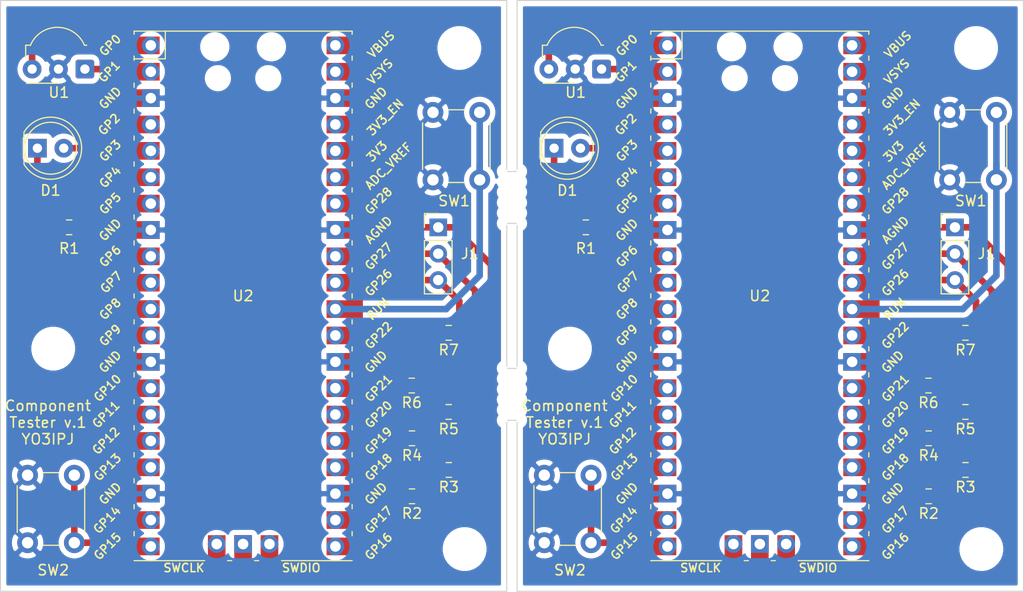
<source format=kicad_pcb>
(kicad_pcb (version 20171130) (host pcbnew 5.1.5+dfsg1-2build2)
  (layers (0 F.Cu signal) (31 B.Cu signal) (34 B.Paste user) (35 F.Paste user) (36 B.SilkS user) (37 F.SilkS user) (38 B.Mask user) (39 F.Mask user) (44 Edge.Cuts user))
  (net 0 "")
  (net 1 Board_0-+3V3)
  (net 2 Board_0-/ADC0)
  (net 3 Board_0-/ADC1)
  (net 4 Board_0-/ADC2)
  (net 5 Board_0-/GP1)
  (net 6 Board_0-/GP15)
  (net 7 Board_0-/GP17)
  (net 8 Board_0-/GP18)
  (net 9 Board_0-/GP19)
  (net 10 Board_0-/GP20)
  (net 11 Board_0-/GP21)
  (net 12 Board_0-/GP22)
  (net 13 Board_0-/GP3)
  (net 14 Board_0-GND)
  (net 15 "Board_0-Net-(D1-Pad1)")
  (net 16 "Board_0-Net-(SW1-Pad2)")
  (net 17 "Board_0-Net-(U2-Pad1)")
  (net 18 "Board_0-Net-(U2-Pad10)")
  (net 19 "Board_0-Net-(U2-Pad11)")
  (net 20 "Board_0-Net-(U2-Pad12)")
  (net 21 "Board_0-Net-(U2-Pad14)")
  (net 22 "Board_0-Net-(U2-Pad15)")
  (net 23 "Board_0-Net-(U2-Pad16)")
  (net 24 "Board_0-Net-(U2-Pad17)")
  (net 25 "Board_0-Net-(U2-Pad19)")
  (net 26 "Board_0-Net-(U2-Pad21)")
  (net 27 "Board_0-Net-(U2-Pad35)")
  (net 28 "Board_0-Net-(U2-Pad37)")
  (net 29 "Board_0-Net-(U2-Pad39)")
  (net 30 "Board_0-Net-(U2-Pad4)")
  (net 31 "Board_0-Net-(U2-Pad40)")
  (net 32 "Board_0-Net-(U2-Pad41)")
  (net 33 "Board_0-Net-(U2-Pad42)")
  (net 34 "Board_0-Net-(U2-Pad43)")
  (net 35 "Board_0-Net-(U2-Pad6)")
  (net 36 "Board_0-Net-(U2-Pad7)")
  (net 37 "Board_0-Net-(U2-Pad9)")
  (net 38 Board_1-+3V3)
  (net 39 Board_1-/ADC0)
  (net 40 Board_1-/ADC1)
  (net 41 Board_1-/ADC2)
  (net 42 Board_1-/GP1)
  (net 43 Board_1-/GP15)
  (net 44 Board_1-/GP17)
  (net 45 Board_1-/GP18)
  (net 46 Board_1-/GP19)
  (net 47 Board_1-/GP20)
  (net 48 Board_1-/GP21)
  (net 49 Board_1-/GP22)
  (net 50 Board_1-/GP3)
  (net 51 Board_1-GND)
  (net 52 "Board_1-Net-(D1-Pad1)")
  (net 53 "Board_1-Net-(SW1-Pad2)")
  (net 54 "Board_1-Net-(U2-Pad1)")
  (net 55 "Board_1-Net-(U2-Pad10)")
  (net 56 "Board_1-Net-(U2-Pad11)")
  (net 57 "Board_1-Net-(U2-Pad12)")
  (net 58 "Board_1-Net-(U2-Pad14)")
  (net 59 "Board_1-Net-(U2-Pad15)")
  (net 60 "Board_1-Net-(U2-Pad16)")
  (net 61 "Board_1-Net-(U2-Pad17)")
  (net 62 "Board_1-Net-(U2-Pad19)")
  (net 63 "Board_1-Net-(U2-Pad21)")
  (net 64 "Board_1-Net-(U2-Pad35)")
  (net 65 "Board_1-Net-(U2-Pad37)")
  (net 66 "Board_1-Net-(U2-Pad39)")
  (net 67 "Board_1-Net-(U2-Pad4)")
  (net 68 "Board_1-Net-(U2-Pad40)")
  (net 69 "Board_1-Net-(U2-Pad41)")
  (net 70 "Board_1-Net-(U2-Pad42)")
  (net 71 "Board_1-Net-(U2-Pad43)")
  (net 72 "Board_1-Net-(U2-Pad6)")
  (net 73 "Board_1-Net-(U2-Pad7)")
  (net 74 "Board_1-Net-(U2-Pad9)")
  (module NPTH (layer F.Cu) (at 64.96 50.433333)
    (fp_text reference REF** hide)
    (fp_text value NPTH hide)
    (pad "" np_thru_hole circle (at 0 0) (size 0.5 0.5) (drill 0.5) (layers *.Cu *.Mask))
  )
  (module NPTH (layer F.Cu) (at 64.96 51.433333)
    (fp_text reference REF** hide)
    (fp_text value NPTH hide)
    (pad "" np_thru_hole circle (at 0 0) (size 0.5 0.5) (drill 0.5) (layers *.Cu *.Mask))
  )
  (module NPTH (layer F.Cu) (at 64.96 52.433333)
    (fp_text reference REF** hide)
    (fp_text value NPTH hide)
    (pad "" np_thru_hole circle (at 0 0) (size 0.5 0.5) (drill 0.5) (layers *.Cu *.Mask))
  )
  (module NPTH (layer F.Cu) (at 64.96 53.433333)
    (fp_text reference REF** hide)
    (fp_text value NPTH hide)
    (pad "" np_thru_hole circle (at 0 0) (size 0.5 0.5) (drill 0.5) (layers *.Cu *.Mask))
  )
  (module NPTH (layer F.Cu) (at 64.96 54.433333)
    (fp_text reference REF** hide)
    (fp_text value NPTH hide)
    (pad "" np_thru_hole circle (at 0 0) (size 0.5 0.5) (drill 0.5) (layers *.Cu *.Mask))
  )
  (module NPTH (layer F.Cu) (at 64.96 55.433333)
    (fp_text reference REF** hide)
    (fp_text value NPTH hide)
    (pad "" np_thru_hole circle (at 0 0) (size 0.5 0.5) (drill 0.5) (layers *.Cu *.Mask))
  )
  (module NPTH (layer F.Cu) (at 64.96 31.466666)
    (fp_text reference REF** hide)
    (fp_text value NPTH hide)
    (pad "" np_thru_hole circle (at 0 0) (size 0.5 0.5) (drill 0.5) (layers *.Cu *.Mask))
  )
  (module NPTH (layer F.Cu) (at 64.96 32.466666)
    (fp_text reference REF** hide)
    (fp_text value NPTH hide)
    (pad "" np_thru_hole circle (at 0 0) (size 0.5 0.5) (drill 0.5) (layers *.Cu *.Mask))
  )
  (module NPTH (layer F.Cu) (at 64.96 33.466666)
    (fp_text reference REF** hide)
    (fp_text value NPTH hide)
    (pad "" np_thru_hole circle (at 0 0) (size 0.5 0.5) (drill 0.5) (layers *.Cu *.Mask))
  )
  (module NPTH (layer F.Cu) (at 64.96 34.466666)
    (fp_text reference REF** hide)
    (fp_text value NPTH hide)
    (pad "" np_thru_hole circle (at 0 0) (size 0.5 0.5) (drill 0.5) (layers *.Cu *.Mask))
  )
  (module NPTH (layer F.Cu) (at 64.96 35.466666)
    (fp_text reference REF** hide)
    (fp_text value NPTH hide)
    (pad "" np_thru_hole circle (at 0 0) (size 0.5 0.5) (drill 0.5) (layers *.Cu *.Mask))
  )
  (module NPTH (layer F.Cu) (at 64.96 36.466666)
    (fp_text reference REF** hide)
    (fp_text value NPTH hide)
    (pad "" np_thru_hole circle (at 0 0) (size 0.5 0.5) (drill 0.5) (layers *.Cu *.Mask))
  )
  (module NPTH (layer F.Cu) (at 63.56 55.433333)
    (fp_text reference REF** hide)
    (fp_text value NPTH hide)
    (pad "" np_thru_hole circle (at 0 0) (size 0.5 0.5) (drill 0.5) (layers *.Cu *.Mask))
  )
  (module NPTH (layer F.Cu) (at 63.56 54.433333)
    (fp_text reference REF** hide)
    (fp_text value NPTH hide)
    (pad "" np_thru_hole circle (at 0 0) (size 0.5 0.5) (drill 0.5) (layers *.Cu *.Mask))
  )
  (module NPTH (layer F.Cu) (at 63.56 53.433333)
    (fp_text reference REF** hide)
    (fp_text value NPTH hide)
    (pad "" np_thru_hole circle (at 0 0) (size 0.5 0.5) (drill 0.5) (layers *.Cu *.Mask))
  )
  (module NPTH (layer F.Cu) (at 63.56 52.433333)
    (fp_text reference REF** hide)
    (fp_text value NPTH hide)
    (pad "" np_thru_hole circle (at 0 0) (size 0.5 0.5) (drill 0.5) (layers *.Cu *.Mask))
  )
  (module NPTH (layer F.Cu) (at 63.56 51.433333)
    (fp_text reference REF** hide)
    (fp_text value NPTH hide)
    (pad "" np_thru_hole circle (at 0 0) (size 0.5 0.5) (drill 0.5) (layers *.Cu *.Mask))
  )
  (module NPTH (layer F.Cu) (at 63.56 50.433333)
    (fp_text reference REF** hide)
    (fp_text value NPTH hide)
    (pad "" np_thru_hole circle (at 0 0) (size 0.5 0.5) (drill 0.5) (layers *.Cu *.Mask))
  )
  (module NPTH (layer F.Cu) (at 63.56 36.466666)
    (fp_text reference REF** hide)
    (fp_text value NPTH hide)
    (pad "" np_thru_hole circle (at 0 0) (size 0.5 0.5) (drill 0.5) (layers *.Cu *.Mask))
  )
  (module NPTH (layer F.Cu) (at 63.56 35.466666)
    (fp_text reference REF** hide)
    (fp_text value NPTH hide)
    (pad "" np_thru_hole circle (at 0 0) (size 0.5 0.5) (drill 0.5) (layers *.Cu *.Mask))
  )
  (module NPTH (layer F.Cu) (at 63.56 34.466666)
    (fp_text reference REF** hide)
    (fp_text value NPTH hide)
    (pad "" np_thru_hole circle (at 0 0) (size 0.5 0.5) (drill 0.5) (layers *.Cu *.Mask))
  )
  (module NPTH (layer F.Cu) (at 63.56 33.466666)
    (fp_text reference REF** hide)
    (fp_text value NPTH hide)
    (pad "" np_thru_hole circle (at 0 0) (size 0.5 0.5) (drill 0.5) (layers *.Cu *.Mask))
  )
  (module NPTH (layer F.Cu) (at 63.56 32.466666)
    (fp_text reference REF** hide)
    (fp_text value NPTH hide)
    (pad "" np_thru_hole circle (at 0 0) (size 0.5 0.5) (drill 0.5) (layers *.Cu *.Mask))
  )
  (module NPTH (layer F.Cu) (at 63.56 31.466666)
    (fp_text reference REF** hide)
    (fp_text value NPTH hide)
    (pad "" np_thru_hole circle (at 0 0) (size 0.5 0.5) (drill 0.5) (layers *.Cu *.Mask))
  )
  (module Connector_PinHeader_2.54mm:PinHeader_1x03_P2.54mm_Vertical (layer F.Cu) (at 106.928002 36.846)
    (fp_text reference J1 (at 3.048 2.54 unlocked) (layer F.SilkS))
    (fp_text value Conn_01x03)
    (pad 1 thru_hole rect (at 0 0) (size 1.7 1.7) (drill 1) (layers *.Cu *.Mask) (net 41 Board_1-/ADC2))
    (pad 2 thru_hole oval (at 0 2.54) (size 1.7 1.7) (drill 1) (layers *.Cu *.Mask) (net 40 Board_1-/ADC1))
    (pad 3 thru_hole oval (at 0 5.08) (size 1.7 1.7) (drill 1) (layers *.Cu *.Mask) (net 39 Board_1-/ADC0))
  )
  (module Resistor_SMD:R_0805_2012Metric_Pad1.15x1.40mm_HandSolder (layer F.Cu) (at 71.377002 36.846)
    (fp_text reference R1 (at 0 2.032 unlocked) (layer F.SilkS))
    (fp_text value 100)
    (pad 1 smd roundrect (at -1.025 0) (size 1.15 1.4) (layers F.Cu F.Paste F.Mask) (roundrect_rratio 0.217391) (net 52 "Board_1-Net-(D1-Pad1)"))
    (pad 2 smd roundrect (at 1.025 0) (size 1.15 1.4) (layers F.Cu F.Paste F.Mask) (roundrect_rratio 0.217391) (net 51 Board_1-GND))
  )
  (module Resistor_SMD:R_0805_2012Metric_Pad1.15x1.40mm_HandSolder (layer F.Cu) (at 104.397002 62.754 180)
    (fp_text reference R2 (at 0 -1.65 unlocked) (layer F.SilkS))
    (fp_text value 680)
    (pad 1 smd roundrect (at -1.025 0 180) (size 1.15 1.4) (layers F.Cu F.Paste F.Mask) (roundrect_rratio 0.217391) (net 41 Board_1-/ADC2))
    (pad 2 smd roundrect (at 1.025 0 180) (size 1.15 1.4) (layers F.Cu F.Paste F.Mask) (roundrect_rratio 0.217391) (net 44 Board_1-/GP17))
  )
  (module Resistor_SMD:R_0805_2012Metric_Pad1.15x1.40mm_HandSolder (layer F.Cu) (at 107.944002 60.214 180)
    (fp_text reference R3 (at 0 -1.65 unlocked) (layer F.SilkS))
    (fp_text value 470k)
    (pad 1 smd roundrect (at -1.025 0 180) (size 1.15 1.4) (layers F.Cu F.Paste F.Mask) (roundrect_rratio 0.217391) (net 41 Board_1-/ADC2))
    (pad 2 smd roundrect (at 1.025 0 180) (size 1.15 1.4) (layers F.Cu F.Paste F.Mask) (roundrect_rratio 0.217391) (net 45 Board_1-/GP18))
  )
  (module Resistor_SMD:R_0805_2012Metric_Pad1.15x1.40mm_HandSolder (layer F.Cu) (at 104.397002 57.166 180)
    (fp_text reference R4 (at 0 -1.65 unlocked) (layer F.SilkS))
    (fp_text value 680)
    (pad 1 smd roundrect (at -1.025 0 180) (size 1.15 1.4) (layers F.Cu F.Paste F.Mask) (roundrect_rratio 0.217391) (net 40 Board_1-/ADC1))
    (pad 2 smd roundrect (at 1.025 0 180) (size 1.15 1.4) (layers F.Cu F.Paste F.Mask) (roundrect_rratio 0.217391) (net 46 Board_1-/GP19))
  )
  (module Resistor_SMD:R_0805_2012Metric_Pad1.15x1.40mm_HandSolder (layer F.Cu) (at 107.935002 54.626 180)
    (fp_text reference R5 (at 0 -1.65 unlocked) (layer F.SilkS))
    (fp_text value 470k)
    (pad 1 smd roundrect (at -1.025 0 180) (size 1.15 1.4) (layers F.Cu F.Paste F.Mask) (roundrect_rratio 0.217391) (net 40 Board_1-/ADC1))
    (pad 2 smd roundrect (at 1.025 0 180) (size 1.15 1.4) (layers F.Cu F.Paste F.Mask) (roundrect_rratio 0.217391) (net 47 Board_1-/GP20))
  )
  (module Resistor_SMD:R_0805_2012Metric_Pad1.15x1.40mm_HandSolder (layer F.Cu) (at 104.379002 52.086 180)
    (fp_text reference R6 (at 0 -1.65 unlocked) (layer F.SilkS))
    (fp_text value 680)
    (pad 1 smd roundrect (at -1.025 0 180) (size 1.15 1.4) (layers F.Cu F.Paste F.Mask) (roundrect_rratio 0.217391) (net 39 Board_1-/ADC0))
    (pad 2 smd roundrect (at 1.025 0 180) (size 1.15 1.4) (layers F.Cu F.Paste F.Mask) (roundrect_rratio 0.217391) (net 48 Board_1-/GP21))
  )
  (module Resistor_SMD:R_0805_2012Metric_Pad1.15x1.40mm_HandSolder (layer F.Cu) (at 107.935002 47.006 180)
    (fp_text reference R7 (at 0 -1.65 unlocked) (layer F.SilkS))
    (fp_text value 470k)
    (pad 1 smd roundrect (at -1.025 0 180) (size 1.15 1.4) (layers F.Cu F.Paste F.Mask) (roundrect_rratio 0.217391) (net 39 Board_1-/ADC0))
    (pad 2 smd roundrect (at 1.025 0 180) (size 1.15 1.4) (layers F.Cu F.Paste F.Mask) (roundrect_rratio 0.217391) (net 49 Board_1-/GP22))
  )
  (module Button_Switch_THT:SW_PUSH_6mm (layer F.Cu) (at 106.420002 32.274 90)
    (fp_text reference SW1 (at -2.032 2.032 unlocked) (layer F.SilkS))
    (fp_text value SW_DIP_x01)
    (pad 2 thru_hole circle (at 0 4.5 180) (size 2 2) (drill 1.1) (layers *.Cu *.Mask) (net 53 "Board_1-Net-(SW1-Pad2)"))
    (pad 1 thru_hole circle (at 0 0 180) (size 2 2) (drill 1.1) (layers *.Cu *.Mask) (net 51 Board_1-GND))
    (pad 2 thru_hole circle (at 6.5 4.5 180) (size 2 2) (drill 1.1) (layers *.Cu *.Mask) (net 53 "Board_1-Net-(SW1-Pad2)"))
    (pad 1 thru_hole circle (at 6.5 0 180) (size 2 2) (drill 1.1) (layers *.Cu *.Mask) (net 51 Board_1-GND))
  )
  (module OptoDevice:Vishay_MOLD-3Pin (layer F.Cu) (at 72.892002 21.606 180)
    (fp_text reference U1 (at 2.5 -2.25 unlocked) (layer F.SilkS))
    (fp_text value TSOP348xx)
    (pad 1 thru_hole roundrect (at 0 0 180) (size 1.8 1.8) (drill 0.9) (layers *.Cu *.Mask) (roundrect_rratio 0.138) (net 42 Board_1-/GP1))
    (pad 2 thru_hole circle (at 2.54 0 180) (size 1.8 1.8) (drill 0.9) (layers *.Cu *.Mask) (net 51 Board_1-GND))
    (pad 3 thru_hole circle (at 5.08 0 180) (size 1.8 1.8) (drill 0.9) (layers *.Cu *.Mask) (net 38 Board_1-+3V3))
  )
  (module MCU_RaspberryPi_and_Boards:RPi_Pico_SMD_TH (layer F.Cu) (at 88.132002 43.45)
    (fp_text reference U2 (at 0 0 unlocked) (layer F.SilkS))
    (fp_text value Pico)
    (fp_text user GP1 (at -12.9 -21.6 45 unlocked) (layer F.SilkS) (effects (font (size 0.8 0.8))))
    (fp_text user GP2 (at -12.9 -16.51 45 unlocked) (layer F.SilkS) (effects (font (size 0.8 0.8))))
    (fp_text user GP0 (at -12.8 -24.13 45 unlocked) (layer F.SilkS) (effects (font (size 0.8 0.8))))
    (fp_text user GP3 (at -12.8 -13.97 45 unlocked) (layer F.SilkS) (effects (font (size 0.8 0.8))))
    (fp_text user GP4 (at -12.8 -11.43 45 unlocked) (layer F.SilkS) (effects (font (size 0.8 0.8))))
    (fp_text user GP5 (at -12.8 -8.89 45 unlocked) (layer F.SilkS) (effects (font (size 0.8 0.8))))
    (fp_text user GP6 (at -12.8 -3.81 45 unlocked) (layer F.SilkS) (effects (font (size 0.8 0.8))))
    (fp_text user GP7 (at -12.7 -1.3 45 unlocked) (layer F.SilkS) (effects (font (size 0.8 0.8))))
    (fp_text user GP8 (at -12.8 1.27 45 unlocked) (layer F.SilkS) (effects (font (size 0.8 0.8))))
    (fp_text user GP9 (at -12.8 3.81 45 unlocked) (layer F.SilkS) (effects (font (size 0.8 0.8))))
    (fp_text user GP10 (at -13.054 8.89 45 unlocked) (layer F.SilkS) (effects (font (size 0.8 0.8))))
    (fp_text user GP11 (at -13.2 11.43 45 unlocked) (layer F.SilkS) (effects (font (size 0.8 0.8))))
    (fp_text user GP12 (at -13.2 13.97 45 unlocked) (layer F.SilkS) (effects (font (size 0.8 0.8))))
    (fp_text user GP13 (at -13.054 16.51 45 unlocked) (layer F.SilkS) (effects (font (size 0.8 0.8))))
    (fp_text user GP14 (at -13.1 21.59 45 unlocked) (layer F.SilkS) (effects (font (size 0.8 0.8))))
    (fp_text user GP15 (at -13.054 24.13 45 unlocked) (layer F.SilkS) (effects (font (size 0.8 0.8))))
    (fp_text user GP16 (at 13.054 24.13 45 unlocked) (layer F.SilkS) (effects (font (size 0.8 0.8))))
    (fp_text user GP17 (at 13.054 21.59 45 unlocked) (layer F.SilkS) (effects (font (size 0.8 0.8))))
    (fp_text user GP18 (at 13.054 16.51 45 unlocked) (layer F.SilkS) (effects (font (size 0.8 0.8))))
    (fp_text user GP19 (at 13.054 13.97 45 unlocked) (layer F.SilkS) (effects (font (size 0.8 0.8))))
    (fp_text user GP20 (at 13.054 11.43 45 unlocked) (layer F.SilkS) (effects (font (size 0.8 0.8))))
    (fp_text user GP21 (at 13.054 8.9 45 unlocked) (layer F.SilkS) (effects (font (size 0.8 0.8))))
    (fp_text user GP22 (at 13.054 3.81 45 unlocked) (layer F.SilkS) (effects (font (size 0.8 0.8))))
    (fp_text user RUN (at 13 1.27 45 unlocked) (layer F.SilkS) (effects (font (size 0.8 0.8))))
    (fp_text user GP26 (at 13.054 -1.27 45 unlocked) (layer F.SilkS) (effects (font (size 0.8 0.8))))
    (fp_text user GP27 (at 13.054 -3.8 45 unlocked) (layer F.SilkS) (effects (font (size 0.8 0.8))))
    (fp_text user GP28 (at 13.054 -9.144 45 unlocked) (layer F.SilkS) (effects (font (size 0.8 0.8))))
    (fp_text user ADC_VREF (at 14 -12.5 45 unlocked) (layer F.SilkS) (effects (font (size 0.8 0.8))))
    (fp_text user 3V3 (at 12.9 -13.9 45 unlocked) (layer F.SilkS) (effects (font (size 0.8 0.8))))
    (fp_text user 3V3_EN (at 13.7 -17.2 45 unlocked) (layer F.SilkS) (effects (font (size 0.8 0.8))))
    (fp_text user VSYS (at 13.2 -21.59 45 unlocked) (layer F.SilkS) (effects (font (size 0.8 0.8))))
    (fp_text user VBUS (at 13.3 -24.2 45 unlocked) (layer F.SilkS) (effects (font (size 0.8 0.8))))
    (fp_text user GND (at -12.8 -19.05 45 unlocked) (layer F.SilkS) (effects (font (size 0.8 0.8))))
    (fp_text user GND (at -12.8 -6.35 45 unlocked) (layer F.SilkS) (effects (font (size 0.8 0.8))))
    (fp_text user GND (at -12.8 6.35 45 unlocked) (layer F.SilkS) (effects (font (size 0.8 0.8))))
    (fp_text user GND (at -12.8 19.05 45 unlocked) (layer F.SilkS) (effects (font (size 0.8 0.8))))
    (fp_text user GND (at 12.8 19.05 45 unlocked) (layer F.SilkS) (effects (font (size 0.8 0.8))))
    (fp_text user GND (at 12.8 6.35 45 unlocked) (layer F.SilkS) (effects (font (size 0.8 0.8))))
    (fp_text user GND (at 12.8 -19.05 45 unlocked) (layer F.SilkS) (effects (font (size 0.8 0.8))))
    (fp_text user AGND (at 13.054 -6.35 45 unlocked) (layer F.SilkS) (effects (font (size 0.8 0.8))))
    (fp_text user SWCLK (at -5.7 26.2 unlocked) (layer F.SilkS) (effects (font (size 0.8 0.8))))
    (fp_text user SWDIO (at 5.6 26.2 unlocked) (layer F.SilkS) (effects (font (size 0.8 0.8))))
    (pad 1 thru_hole oval (at -8.89 -24.13) (size 1.7 1.7) (drill 1.02) (layers *.Cu *.Mask) (net 54 "Board_1-Net-(U2-Pad1)"))
    (pad 2 thru_hole oval (at -8.89 -21.59) (size 1.7 1.7) (drill 1.02) (layers *.Cu *.Mask) (net 42 Board_1-/GP1))
    (pad 3 thru_hole rect (at -8.89 -19.05) (size 1.7 1.7) (drill 1.02) (layers *.Cu *.Mask) (net 51 Board_1-GND))
    (pad 4 thru_hole oval (at -8.89 -16.51) (size 1.7 1.7) (drill 1.02) (layers *.Cu *.Mask) (net 67 "Board_1-Net-(U2-Pad4)"))
    (pad 5 thru_hole oval (at -8.89 -13.97) (size 1.7 1.7) (drill 1.02) (layers *.Cu *.Mask) (net 50 Board_1-/GP3))
    (pad 6 thru_hole oval (at -8.89 -11.43) (size 1.7 1.7) (drill 1.02) (layers *.Cu *.Mask) (net 72 "Board_1-Net-(U2-Pad6)"))
    (pad 7 thru_hole oval (at -8.89 -8.89) (size 1.7 1.7) (drill 1.02) (layers *.Cu *.Mask) (net 73 "Board_1-Net-(U2-Pad7)"))
    (pad 8 thru_hole rect (at -8.89 -6.35) (size 1.7 1.7) (drill 1.02) (layers *.Cu *.Mask) (net 51 Board_1-GND))
    (pad 9 thru_hole oval (at -8.89 -3.81) (size 1.7 1.7) (drill 1.02) (layers *.Cu *.Mask) (net 74 "Board_1-Net-(U2-Pad9)"))
    (pad 10 thru_hole oval (at -8.89 -1.27) (size 1.7 1.7) (drill 1.02) (layers *.Cu *.Mask) (net 55 "Board_1-Net-(U2-Pad10)"))
    (pad 11 thru_hole oval (at -8.89 1.27) (size 1.7 1.7) (drill 1.02) (layers *.Cu *.Mask) (net 56 "Board_1-Net-(U2-Pad11)"))
    (pad 12 thru_hole oval (at -8.89 3.81) (size 1.7 1.7) (drill 1.02) (layers *.Cu *.Mask) (net 57 "Board_1-Net-(U2-Pad12)"))
    (pad 13 thru_hole rect (at -8.89 6.35) (size 1.7 1.7) (drill 1.02) (layers *.Cu *.Mask) (net 51 Board_1-GND))
    (pad 14 thru_hole oval (at -8.89 8.89) (size 1.7 1.7) (drill 1.02) (layers *.Cu *.Mask) (net 58 "Board_1-Net-(U2-Pad14)"))
    (pad 15 thru_hole oval (at -8.89 11.43) (size 1.7 1.7) (drill 1.02) (layers *.Cu *.Mask) (net 59 "Board_1-Net-(U2-Pad15)"))
    (pad 16 thru_hole oval (at -8.89 13.97) (size 1.7 1.7) (drill 1.02) (layers *.Cu *.Mask) (net 60 "Board_1-Net-(U2-Pad16)"))
    (pad 17 thru_hole oval (at -8.89 16.51) (size 1.7 1.7) (drill 1.02) (layers *.Cu *.Mask) (net 61 "Board_1-Net-(U2-Pad17)"))
    (pad 18 thru_hole rect (at -8.89 19.05) (size 1.7 1.7) (drill 1.02) (layers *.Cu *.Mask) (net 51 Board_1-GND))
    (pad 19 thru_hole oval (at -8.89 21.59) (size 1.7 1.7) (drill 1.02) (layers *.Cu *.Mask) (net 62 "Board_1-Net-(U2-Pad19)"))
    (pad 20 thru_hole oval (at -8.89 24.13) (size 1.7 1.7) (drill 1.02) (layers *.Cu *.Mask) (net 43 Board_1-/GP15))
    (pad 21 thru_hole oval (at 8.89 24.13) (size 1.7 1.7) (drill 1.02) (layers *.Cu *.Mask) (net 63 "Board_1-Net-(U2-Pad21)"))
    (pad 22 thru_hole oval (at 8.89 21.59) (size 1.7 1.7) (drill 1.02) (layers *.Cu *.Mask) (net 44 Board_1-/GP17))
    (pad 23 thru_hole rect (at 8.89 19.05) (size 1.7 1.7) (drill 1.02) (layers *.Cu *.Mask) (net 51 Board_1-GND))
    (pad 24 thru_hole oval (at 8.89 16.51) (size 1.7 1.7) (drill 1.02) (layers *.Cu *.Mask) (net 45 Board_1-/GP18))
    (pad 25 thru_hole oval (at 8.89 13.97) (size 1.7 1.7) (drill 1.02) (layers *.Cu *.Mask) (net 46 Board_1-/GP19))
    (pad 26 thru_hole oval (at 8.89 11.43) (size 1.7 1.7) (drill 1.02) (layers *.Cu *.Mask) (net 47 Board_1-/GP20))
    (pad 27 thru_hole oval (at 8.89 8.89) (size 1.7 1.7) (drill 1.02) (layers *.Cu *.Mask) (net 48 Board_1-/GP21))
    (pad 28 thru_hole rect (at 8.89 6.35) (size 1.7 1.7) (drill 1.02) (layers *.Cu *.Mask) (net 51 Board_1-GND))
    (pad 29 thru_hole oval (at 8.89 3.81) (size 1.7 1.7) (drill 1.02) (layers *.Cu *.Mask) (net 49 Board_1-/GP22))
    (pad 30 thru_hole oval (at 8.89 1.27) (size 1.7 1.7) (drill 1.02) (layers *.Cu *.Mask) (net 53 "Board_1-Net-(SW1-Pad2)"))
    (pad 31 thru_hole oval (at 8.89 -1.27) (size 1.7 1.7) (drill 1.02) (layers *.Cu *.Mask) (net 39 Board_1-/ADC0))
    (pad 32 thru_hole oval (at 8.89 -3.81) (size 1.7 1.7) (drill 1.02) (layers *.Cu *.Mask) (net 40 Board_1-/ADC1))
    (pad 33 thru_hole rect (at 8.89 -6.35) (size 1.7 1.7) (drill 1.02) (layers *.Cu *.Mask) (net 51 Board_1-GND))
    (pad 34 thru_hole oval (at 8.89 -8.89) (size 1.7 1.7) (drill 1.02) (layers *.Cu *.Mask) (net 41 Board_1-/ADC2))
    (pad 35 thru_hole oval (at 8.89 -11.43) (size 1.7 1.7) (drill 1.02) (layers *.Cu *.Mask) (net 64 "Board_1-Net-(U2-Pad35)"))
    (pad 36 thru_hole oval (at 8.89 -13.97) (size 1.7 1.7) (drill 1.02) (layers *.Cu *.Mask) (net 38 Board_1-+3V3))
    (pad 37 thru_hole oval (at 8.89 -16.51) (size 1.7 1.7) (drill 1.02) (layers *.Cu *.Mask) (net 65 "Board_1-Net-(U2-Pad37)"))
    (pad 38 thru_hole rect (at 8.89 -19.05) (size 1.7 1.7) (drill 1.02) (layers *.Cu *.Mask) (net 51 Board_1-GND))
    (pad 39 thru_hole oval (at 8.89 -21.59) (size 1.7 1.7) (drill 1.02) (layers *.Cu *.Mask) (net 66 "Board_1-Net-(U2-Pad39)"))
    (pad 40 thru_hole oval (at 8.89 -24.13) (size 1.7 1.7) (drill 1.02) (layers *.Cu *.Mask) (net 68 "Board_1-Net-(U2-Pad40)"))
    (pad 1 smd rect (at -8.89 -24.13) (size 3.5 1.7) (drill (offset -0.9 0)) (layers F.Cu F.Mask) (net 54 "Board_1-Net-(U2-Pad1)"))
    (pad 2 smd rect (at -8.89 -21.59) (size 3.5 1.7) (drill (offset -0.9 0)) (layers F.Cu F.Mask) (net 42 Board_1-/GP1))
    (pad 3 smd rect (at -8.89 -19.05) (size 3.5 1.7) (drill (offset -0.9 0)) (layers F.Cu F.Mask) (net 51 Board_1-GND))
    (pad 4 smd rect (at -8.89 -16.51) (size 3.5 1.7) (drill (offset -0.9 0)) (layers F.Cu F.Mask) (net 67 "Board_1-Net-(U2-Pad4)"))
    (pad 5 smd rect (at -8.89 -13.97) (size 3.5 1.7) (drill (offset -0.9 0)) (layers F.Cu F.Mask) (net 50 Board_1-/GP3))
    (pad 6 smd rect (at -8.89 -11.43) (size 3.5 1.7) (drill (offset -0.9 0)) (layers F.Cu F.Mask) (net 72 "Board_1-Net-(U2-Pad6)"))
    (pad 7 smd rect (at -8.89 -8.89) (size 3.5 1.7) (drill (offset -0.9 0)) (layers F.Cu F.Mask) (net 73 "Board_1-Net-(U2-Pad7)"))
    (pad 8 smd rect (at -8.89 -6.35) (size 3.5 1.7) (drill (offset -0.9 0)) (layers F.Cu F.Mask) (net 51 Board_1-GND))
    (pad 9 smd rect (at -8.89 -3.81) (size 3.5 1.7) (drill (offset -0.9 0)) (layers F.Cu F.Mask) (net 74 "Board_1-Net-(U2-Pad9)"))
    (pad 10 smd rect (at -8.89 -1.27) (size 3.5 1.7) (drill (offset -0.9 0)) (layers F.Cu F.Mask) (net 55 "Board_1-Net-(U2-Pad10)"))
    (pad 11 smd rect (at -8.89 1.27) (size 3.5 1.7) (drill (offset -0.9 0)) (layers F.Cu F.Mask) (net 56 "Board_1-Net-(U2-Pad11)"))
    (pad 12 smd rect (at -8.89 3.81) (size 3.5 1.7) (drill (offset -0.9 0)) (layers F.Cu F.Mask) (net 57 "Board_1-Net-(U2-Pad12)"))
    (pad 13 smd rect (at -8.89 6.35) (size 3.5 1.7) (drill (offset -0.9 0)) (layers F.Cu F.Mask) (net 51 Board_1-GND))
    (pad 14 smd rect (at -8.89 8.89) (size 3.5 1.7) (drill (offset -0.9 0)) (layers F.Cu F.Mask) (net 58 "Board_1-Net-(U2-Pad14)"))
    (pad 15 smd rect (at -8.89 11.43) (size 3.5 1.7) (drill (offset -0.9 0)) (layers F.Cu F.Mask) (net 59 "Board_1-Net-(U2-Pad15)"))
    (pad 16 smd rect (at -8.89 13.97) (size 3.5 1.7) (drill (offset -0.9 0)) (layers F.Cu F.Mask) (net 60 "Board_1-Net-(U2-Pad16)"))
    (pad 17 smd rect (at -8.89 16.51) (size 3.5 1.7) (drill (offset -0.9 0)) (layers F.Cu F.Mask) (net 61 "Board_1-Net-(U2-Pad17)"))
    (pad 18 smd rect (at -8.89 19.05) (size 3.5 1.7) (drill (offset -0.9 0)) (layers F.Cu F.Mask) (net 51 Board_1-GND))
    (pad 19 smd rect (at -8.89 21.59) (size 3.5 1.7) (drill (offset -0.9 0)) (layers F.Cu F.Mask) (net 62 "Board_1-Net-(U2-Pad19)"))
    (pad 20 smd rect (at -8.89 24.13) (size 3.5 1.7) (drill (offset -0.9 0)) (layers F.Cu F.Mask) (net 43 Board_1-/GP15))
    (pad 40 smd rect (at 8.89 -24.13) (size 3.5 1.7) (drill (offset 0.9 0)) (layers F.Cu F.Mask) (net 68 "Board_1-Net-(U2-Pad40)"))
    (pad 39 smd rect (at 8.89 -21.59) (size 3.5 1.7) (drill (offset 0.9 0)) (layers F.Cu F.Mask) (net 66 "Board_1-Net-(U2-Pad39)"))
    (pad 38 smd rect (at 8.89 -19.05) (size 3.5 1.7) (drill (offset 0.9 0)) (layers F.Cu F.Mask) (net 51 Board_1-GND))
    (pad 37 smd rect (at 8.89 -16.51) (size 3.5 1.7) (drill (offset 0.9 0)) (layers F.Cu F.Mask) (net 65 "Board_1-Net-(U2-Pad37)"))
    (pad 36 smd rect (at 8.89 -13.97) (size 3.5 1.7) (drill (offset 0.9 0)) (layers F.Cu F.Mask) (net 38 Board_1-+3V3))
    (pad 35 smd rect (at 8.89 -11.43) (size 3.5 1.7) (drill (offset 0.9 0)) (layers F.Cu F.Mask) (net 64 "Board_1-Net-(U2-Pad35)"))
    (pad 34 smd rect (at 8.89 -8.89) (size 3.5 1.7) (drill (offset 0.9 0)) (layers F.Cu F.Mask) (net 41 Board_1-/ADC2))
    (pad 33 smd rect (at 8.89 -6.35) (size 3.5 1.7) (drill (offset 0.9 0)) (layers F.Cu F.Mask) (net 51 Board_1-GND))
    (pad 32 smd rect (at 8.89 -3.81) (size 3.5 1.7) (drill (offset 0.9 0)) (layers F.Cu F.Mask) (net 40 Board_1-/ADC1))
    (pad 31 smd rect (at 8.89 -1.27) (size 3.5 1.7) (drill (offset 0.9 0)) (layers F.Cu F.Mask) (net 39 Board_1-/ADC0))
    (pad 30 smd rect (at 8.89 1.27) (size 3.5 1.7) (drill (offset 0.9 0)) (layers F.Cu F.Mask) (net 53 "Board_1-Net-(SW1-Pad2)"))
    (pad 29 smd rect (at 8.89 3.81) (size 3.5 1.7) (drill (offset 0.9 0)) (layers F.Cu F.Mask) (net 49 Board_1-/GP22))
    (pad 28 smd rect (at 8.89 6.35) (size 3.5 1.7) (drill (offset 0.9 0)) (layers F.Cu F.Mask) (net 51 Board_1-GND))
    (pad 27 smd rect (at 8.89 8.89) (size 3.5 1.7) (drill (offset 0.9 0)) (layers F.Cu F.Mask) (net 48 Board_1-/GP21))
    (pad 26 smd rect (at 8.89 11.43) (size 3.5 1.7) (drill (offset 0.9 0)) (layers F.Cu F.Mask) (net 47 Board_1-/GP20))
    (pad 25 smd rect (at 8.89 13.97) (size 3.5 1.7) (drill (offset 0.9 0)) (layers F.Cu F.Mask) (net 46 Board_1-/GP19))
    (pad 24 smd rect (at 8.89 16.51) (size 3.5 1.7) (drill (offset 0.9 0)) (layers F.Cu F.Mask) (net 45 Board_1-/GP18))
    (pad 23 smd rect (at 8.89 19.05) (size 3.5 1.7) (drill (offset 0.9 0)) (layers F.Cu F.Mask) (net 51 Board_1-GND))
    (pad 22 smd rect (at 8.89 21.59) (size 3.5 1.7) (drill (offset 0.9 0)) (layers F.Cu F.Mask) (net 44 Board_1-/GP17))
    (pad 21 smd rect (at 8.89 24.13) (size 3.5 1.7) (drill (offset 0.9 0)) (layers F.Cu F.Mask) (net 63 "Board_1-Net-(U2-Pad21)"))
    (pad "" np_thru_hole oval (at -2.725 -24) (size 1.8 1.8) (drill 1.8) (layers *.Cu *.Mask))
    (pad "" np_thru_hole oval (at 2.725 -24) (size 1.8 1.8) (drill 1.8) (layers *.Cu *.Mask))
    (pad "" np_thru_hole oval (at -2.425 -20.97) (size 1.5 1.5) (drill 1.5) (layers *.Cu *.Mask))
    (pad "" np_thru_hole oval (at 2.425 -20.97) (size 1.5 1.5) (drill 1.5) (layers *.Cu *.Mask))
    (pad 41 smd rect (at -2.54 23.9 90) (size 3.5 1.7) (drill (offset -0.9 0)) (layers F.Cu F.Mask) (net 69 "Board_1-Net-(U2-Pad41)"))
    (pad 41 thru_hole oval (at -2.54 23.9) (size 1.7 1.7) (drill 1.02) (layers *.Cu *.Mask) (net 69 "Board_1-Net-(U2-Pad41)"))
    (pad 42 smd rect (at 0 23.9 90) (size 3.5 1.7) (drill (offset -0.9 0)) (layers F.Cu F.Mask) (net 70 "Board_1-Net-(U2-Pad42)"))
    (pad 42 thru_hole rect (at 0 23.9) (size 1.7 1.7) (drill 1.02) (layers *.Cu *.Mask) (net 70 "Board_1-Net-(U2-Pad42)"))
    (pad 43 smd rect (at 2.54 23.9 90) (size 3.5 1.7) (drill (offset -0.9 0)) (layers F.Cu F.Mask) (net 71 "Board_1-Net-(U2-Pad43)"))
    (pad 43 thru_hole oval (at 2.54 23.9) (size 1.7 1.7) (drill 1.02) (layers *.Cu *.Mask) (net 71 "Board_1-Net-(U2-Pad43)"))
  )
  (module Button_Switch_THT:SW_PUSH_6mm (layer F.Cu) (at 71.876002 60.722 270)
    (fp_text reference SW2 (at 9.144 2.032 unlocked) (layer F.SilkS))
    (fp_text value SW_DIP_x01)
    (pad 2 thru_hole circle (at 0 4.5) (size 2 2) (drill 1.1) (layers *.Cu *.Mask) (net 51 Board_1-GND))
    (pad 1 thru_hole circle (at 0 0) (size 2 2) (drill 1.1) (layers *.Cu *.Mask) (net 43 Board_1-/GP15))
    (pad 2 thru_hole circle (at 6.5 4.5) (size 2 2) (drill 1.1) (layers *.Cu *.Mask) (net 51 Board_1-GND))
    (pad 1 thru_hole circle (at 6.5 0) (size 2 2) (drill 1.1) (layers *.Cu *.Mask) (net 43 Board_1-/GP15))
  )
  (module LED_THT:LED_D5.0mm (layer F.Cu) (at 68.320002 29.226)
    (fp_text reference D1 (at 1.27 4.064 unlocked) (layer F.SilkS))
    (fp_text value LED)
    (pad 1 thru_hole rect (at 0 0) (size 1.8 1.8) (drill 0.9) (layers *.Cu *.Mask) (net 52 "Board_1-Net-(D1-Pad1)"))
    (pad 2 thru_hole circle (at 2.54 0) (size 1.8 1.8) (drill 0.9) (layers *.Cu *.Mask) (net 50 Board_1-/GP3))
  )
  (module MountingHole:MountingHole_3.2mm_M3 (layer F.Cu) (at 69.844002 48.53)
    (fp_text reference REF** hide)
    (fp_text value MountingHole_3.2mm_M3)
    (pad 1 np_thru_hole circle (at 0 0) (size 3.2 3.2) (drill 3.2) (layers *.Cu *.Mask))
  )
  (module MountingHole:MountingHole_3.2mm_M3 (layer F.Cu) (at 109.468002 67.834)
    (fp_text reference REF** hide)
    (fp_text value MountingHole_3.2mm_M3)
    (pad 1 np_thru_hole circle (at 0 0) (size 3.2 3.2) (drill 3.2) (layers *.Cu *.Mask))
  )
  (module MountingHole:MountingHole_3.2mm_M3 (layer F.Cu) (at 108.960002 19.574 90)
    (fp_text reference REF** hide)
    (fp_text value MountingHole_3.2mm_M3)
    (pad 1 np_thru_hole circle (at 0 0 90) (size 3.2 3.2) (drill 3.2) (layers *.Cu *.Mask))
  )
  (module Connector_PinHeader_2.54mm:PinHeader_1x03_P2.54mm_Vertical (layer F.Cu) (at 57.16 36.846)
    (fp_text reference J1 (at 3.048 2.54 unlocked) (layer F.SilkS))
    (fp_text value Conn_01x03)
    (pad 1 thru_hole rect (at 0 0) (size 1.7 1.7) (drill 1) (layers *.Cu *.Mask) (net 4 Board_0-/ADC2))
    (pad 2 thru_hole oval (at 0 2.54) (size 1.7 1.7) (drill 1) (layers *.Cu *.Mask) (net 3 Board_0-/ADC1))
    (pad 3 thru_hole oval (at 0 5.08) (size 1.7 1.7) (drill 1) (layers *.Cu *.Mask) (net 2 Board_0-/ADC0))
  )
  (module Resistor_SMD:R_0805_2012Metric_Pad1.15x1.40mm_HandSolder (layer F.Cu) (at 21.609 36.846)
    (fp_text reference R1 (at 0 2.032 unlocked) (layer F.SilkS))
    (fp_text value 100)
    (pad 1 smd roundrect (at -1.025 0) (size 1.15 1.4) (layers F.Cu F.Paste F.Mask) (roundrect_rratio 0.217391) (net 15 "Board_0-Net-(D1-Pad1)"))
    (pad 2 smd roundrect (at 1.025 0) (size 1.15 1.4) (layers F.Cu F.Paste F.Mask) (roundrect_rratio 0.217391) (net 14 Board_0-GND))
  )
  (module Resistor_SMD:R_0805_2012Metric_Pad1.15x1.40mm_HandSolder (layer F.Cu) (at 54.629 62.754 180)
    (fp_text reference R2 (at 0 -1.65 unlocked) (layer F.SilkS))
    (fp_text value 680)
    (pad 1 smd roundrect (at -1.025 0 180) (size 1.15 1.4) (layers F.Cu F.Paste F.Mask) (roundrect_rratio 0.217391) (net 4 Board_0-/ADC2))
    (pad 2 smd roundrect (at 1.025 0 180) (size 1.15 1.4) (layers F.Cu F.Paste F.Mask) (roundrect_rratio 0.217391) (net 7 Board_0-/GP17))
  )
  (module Resistor_SMD:R_0805_2012Metric_Pad1.15x1.40mm_HandSolder (layer F.Cu) (at 58.176 60.214 180)
    (fp_text reference R3 (at 0 -1.65 unlocked) (layer F.SilkS))
    (fp_text value 470k)
    (pad 1 smd roundrect (at -1.025 0 180) (size 1.15 1.4) (layers F.Cu F.Paste F.Mask) (roundrect_rratio 0.217391) (net 4 Board_0-/ADC2))
    (pad 2 smd roundrect (at 1.025 0 180) (size 1.15 1.4) (layers F.Cu F.Paste F.Mask) (roundrect_rratio 0.217391) (net 8 Board_0-/GP18))
  )
  (module Resistor_SMD:R_0805_2012Metric_Pad1.15x1.40mm_HandSolder (layer F.Cu) (at 54.629 57.166 180)
    (fp_text reference R4 (at 0 -1.65 unlocked) (layer F.SilkS))
    (fp_text value 680)
    (pad 1 smd roundrect (at -1.025 0 180) (size 1.15 1.4) (layers F.Cu F.Paste F.Mask) (roundrect_rratio 0.217391) (net 3 Board_0-/ADC1))
    (pad 2 smd roundrect (at 1.025 0 180) (size 1.15 1.4) (layers F.Cu F.Paste F.Mask) (roundrect_rratio 0.217391) (net 9 Board_0-/GP19))
  )
  (module Resistor_SMD:R_0805_2012Metric_Pad1.15x1.40mm_HandSolder (layer F.Cu) (at 58.167 54.626 180)
    (fp_text reference R5 (at 0 -1.65 unlocked) (layer F.SilkS))
    (fp_text value 470k)
    (pad 1 smd roundrect (at -1.025 0 180) (size 1.15 1.4) (layers F.Cu F.Paste F.Mask) (roundrect_rratio 0.217391) (net 3 Board_0-/ADC1))
    (pad 2 smd roundrect (at 1.025 0 180) (size 1.15 1.4) (layers F.Cu F.Paste F.Mask) (roundrect_rratio 0.217391) (net 10 Board_0-/GP20))
  )
  (module Resistor_SMD:R_0805_2012Metric_Pad1.15x1.40mm_HandSolder (layer F.Cu) (at 54.611 52.086 180)
    (fp_text reference R6 (at 0 -1.65 unlocked) (layer F.SilkS))
    (fp_text value 680)
    (pad 1 smd roundrect (at -1.025 0 180) (size 1.15 1.4) (layers F.Cu F.Paste F.Mask) (roundrect_rratio 0.217391) (net 2 Board_0-/ADC0))
    (pad 2 smd roundrect (at 1.025 0 180) (size 1.15 1.4) (layers F.Cu F.Paste F.Mask) (roundrect_rratio 0.217391) (net 11 Board_0-/GP21))
  )
  (module Resistor_SMD:R_0805_2012Metric_Pad1.15x1.40mm_HandSolder (layer F.Cu) (at 58.167 47.006 180)
    (fp_text reference R7 (at 0 -1.65 unlocked) (layer F.SilkS))
    (fp_text value 470k)
    (pad 1 smd roundrect (at -1.025 0 180) (size 1.15 1.4) (layers F.Cu F.Paste F.Mask) (roundrect_rratio 0.217391) (net 2 Board_0-/ADC0))
    (pad 2 smd roundrect (at 1.025 0 180) (size 1.15 1.4) (layers F.Cu F.Paste F.Mask) (roundrect_rratio 0.217391) (net 12 Board_0-/GP22))
  )
  (module Button_Switch_THT:SW_PUSH_6mm (layer F.Cu) (at 56.652 32.274 90)
    (fp_text reference SW1 (at -2.032 2.032 unlocked) (layer F.SilkS))
    (fp_text value SW_DIP_x01)
    (pad 2 thru_hole circle (at 0 4.5 180) (size 2 2) (drill 1.1) (layers *.Cu *.Mask) (net 16 "Board_0-Net-(SW1-Pad2)"))
    (pad 1 thru_hole circle (at 0 0 180) (size 2 2) (drill 1.1) (layers *.Cu *.Mask) (net 14 Board_0-GND))
    (pad 2 thru_hole circle (at 6.5 4.5 180) (size 2 2) (drill 1.1) (layers *.Cu *.Mask) (net 16 "Board_0-Net-(SW1-Pad2)"))
    (pad 1 thru_hole circle (at 6.5 0 180) (size 2 2) (drill 1.1) (layers *.Cu *.Mask) (net 14 Board_0-GND))
  )
  (module OptoDevice:Vishay_MOLD-3Pin (layer F.Cu) (at 23.124 21.606 180)
    (fp_text reference U1 (at 2.5 -2.25 unlocked) (layer F.SilkS))
    (fp_text value TSOP348xx)
    (pad 1 thru_hole roundrect (at 0 0 180) (size 1.8 1.8) (drill 0.9) (layers *.Cu *.Mask) (roundrect_rratio 0.138) (net 5 Board_0-/GP1))
    (pad 2 thru_hole circle (at 2.54 0 180) (size 1.8 1.8) (drill 0.9) (layers *.Cu *.Mask) (net 14 Board_0-GND))
    (pad 3 thru_hole circle (at 5.08 0 180) (size 1.8 1.8) (drill 0.9) (layers *.Cu *.Mask) (net 1 Board_0-+3V3))
  )
  (module MCU_RaspberryPi_and_Boards:RPi_Pico_SMD_TH (layer F.Cu) (at 38.364 43.45)
    (fp_text reference U2 (at 0 0 unlocked) (layer F.SilkS))
    (fp_text value Pico)
    (fp_text user GP1 (at -12.9 -21.6 45 unlocked) (layer F.SilkS) (effects (font (size 0.8 0.8))))
    (fp_text user GP2 (at -12.9 -16.51 45 unlocked) (layer F.SilkS) (effects (font (size 0.8 0.8))))
    (fp_text user GP0 (at -12.8 -24.13 45 unlocked) (layer F.SilkS) (effects (font (size 0.8 0.8))))
    (fp_text user GP3 (at -12.8 -13.97 45 unlocked) (layer F.SilkS) (effects (font (size 0.8 0.8))))
    (fp_text user GP4 (at -12.8 -11.43 45 unlocked) (layer F.SilkS) (effects (font (size 0.8 0.8))))
    (fp_text user GP5 (at -12.8 -8.89 45 unlocked) (layer F.SilkS) (effects (font (size 0.8 0.8))))
    (fp_text user GP6 (at -12.8 -3.81 45 unlocked) (layer F.SilkS) (effects (font (size 0.8 0.8))))
    (fp_text user GP7 (at -12.7 -1.3 45 unlocked) (layer F.SilkS) (effects (font (size 0.8 0.8))))
    (fp_text user GP8 (at -12.8 1.27 45 unlocked) (layer F.SilkS) (effects (font (size 0.8 0.8))))
    (fp_text user GP9 (at -12.8 3.81 45 unlocked) (layer F.SilkS) (effects (font (size 0.8 0.8))))
    (fp_text user GP10 (at -13.054 8.89 45 unlocked) (layer F.SilkS) (effects (font (size 0.8 0.8))))
    (fp_text user GP11 (at -13.2 11.43 45 unlocked) (layer F.SilkS) (effects (font (size 0.8 0.8))))
    (fp_text user GP12 (at -13.2 13.97 45 unlocked) (layer F.SilkS) (effects (font (size 0.8 0.8))))
    (fp_text user GP13 (at -13.054 16.51 45 unlocked) (layer F.SilkS) (effects (font (size 0.8 0.8))))
    (fp_text user GP14 (at -13.1 21.59 45 unlocked) (layer F.SilkS) (effects (font (size 0.8 0.8))))
    (fp_text user GP15 (at -13.054 24.13 45 unlocked) (layer F.SilkS) (effects (font (size 0.8 0.8))))
    (fp_text user GP16 (at 13.054 24.13 45 unlocked) (layer F.SilkS) (effects (font (size 0.8 0.8))))
    (fp_text user GP17 (at 13.054 21.59 45 unlocked) (layer F.SilkS) (effects (font (size 0.8 0.8))))
    (fp_text user GP18 (at 13.054 16.51 45 unlocked) (layer F.SilkS) (effects (font (size 0.8 0.8))))
    (fp_text user GP19 (at 13.054 13.97 45 unlocked) (layer F.SilkS) (effects (font (size 0.8 0.8))))
    (fp_text user GP20 (at 13.054 11.43 45 unlocked) (layer F.SilkS) (effects (font (size 0.8 0.8))))
    (fp_text user GP21 (at 13.054 8.9 45 unlocked) (layer F.SilkS) (effects (font (size 0.8 0.8))))
    (fp_text user GP22 (at 13.054 3.81 45 unlocked) (layer F.SilkS) (effects (font (size 0.8 0.8))))
    (fp_text user RUN (at 13 1.27 45 unlocked) (layer F.SilkS) (effects (font (size 0.8 0.8))))
    (fp_text user GP26 (at 13.054 -1.27 45 unlocked) (layer F.SilkS) (effects (font (size 0.8 0.8))))
    (fp_text user GP27 (at 13.054 -3.8 45 unlocked) (layer F.SilkS) (effects (font (size 0.8 0.8))))
    (fp_text user GP28 (at 13.054 -9.144 45 unlocked) (layer F.SilkS) (effects (font (size 0.8 0.8))))
    (fp_text user ADC_VREF (at 14 -12.5 45 unlocked) (layer F.SilkS) (effects (font (size 0.8 0.8))))
    (fp_text user 3V3 (at 12.9 -13.9 45 unlocked) (layer F.SilkS) (effects (font (size 0.8 0.8))))
    (fp_text user 3V3_EN (at 13.7 -17.2 45 unlocked) (layer F.SilkS) (effects (font (size 0.8 0.8))))
    (fp_text user VSYS (at 13.2 -21.59 45 unlocked) (layer F.SilkS) (effects (font (size 0.8 0.8))))
    (fp_text user VBUS (at 13.3 -24.2 45 unlocked) (layer F.SilkS) (effects (font (size 0.8 0.8))))
    (fp_text user GND (at -12.8 -19.05 45 unlocked) (layer F.SilkS) (effects (font (size 0.8 0.8))))
    (fp_text user GND (at -12.8 -6.35 45 unlocked) (layer F.SilkS) (effects (font (size 0.8 0.8))))
    (fp_text user GND (at -12.8 6.35 45 unlocked) (layer F.SilkS) (effects (font (size 0.8 0.8))))
    (fp_text user GND (at -12.8 19.05 45 unlocked) (layer F.SilkS) (effects (font (size 0.8 0.8))))
    (fp_text user GND (at 12.8 19.05 45 unlocked) (layer F.SilkS) (effects (font (size 0.8 0.8))))
    (fp_text user GND (at 12.8 6.35 45 unlocked) (layer F.SilkS) (effects (font (size 0.8 0.8))))
    (fp_text user GND (at 12.8 -19.05 45 unlocked) (layer F.SilkS) (effects (font (size 0.8 0.8))))
    (fp_text user AGND (at 13.054 -6.35 45 unlocked) (layer F.SilkS) (effects (font (size 0.8 0.8))))
    (fp_text user SWCLK (at -5.7 26.2 unlocked) (layer F.SilkS) (effects (font (size 0.8 0.8))))
    (fp_text user SWDIO (at 5.6 26.2 unlocked) (layer F.SilkS) (effects (font (size 0.8 0.8))))
    (pad 1 thru_hole oval (at -8.89 -24.13) (size 1.7 1.7) (drill 1.02) (layers *.Cu *.Mask) (net 17 "Board_0-Net-(U2-Pad1)"))
    (pad 2 thru_hole oval (at -8.89 -21.59) (size 1.7 1.7) (drill 1.02) (layers *.Cu *.Mask) (net 5 Board_0-/GP1))
    (pad 3 thru_hole rect (at -8.89 -19.05) (size 1.7 1.7) (drill 1.02) (layers *.Cu *.Mask) (net 14 Board_0-GND))
    (pad 4 thru_hole oval (at -8.89 -16.51) (size 1.7 1.7) (drill 1.02) (layers *.Cu *.Mask) (net 30 "Board_0-Net-(U2-Pad4)"))
    (pad 5 thru_hole oval (at -8.89 -13.97) (size 1.7 1.7) (drill 1.02) (layers *.Cu *.Mask) (net 13 Board_0-/GP3))
    (pad 6 thru_hole oval (at -8.89 -11.43) (size 1.7 1.7) (drill 1.02) (layers *.Cu *.Mask) (net 35 "Board_0-Net-(U2-Pad6)"))
    (pad 7 thru_hole oval (at -8.89 -8.89) (size 1.7 1.7) (drill 1.02) (layers *.Cu *.Mask) (net 36 "Board_0-Net-(U2-Pad7)"))
    (pad 8 thru_hole rect (at -8.89 -6.35) (size 1.7 1.7) (drill 1.02) (layers *.Cu *.Mask) (net 14 Board_0-GND))
    (pad 9 thru_hole oval (at -8.89 -3.81) (size 1.7 1.7) (drill 1.02) (layers *.Cu *.Mask) (net 37 "Board_0-Net-(U2-Pad9)"))
    (pad 10 thru_hole oval (at -8.89 -1.27) (size 1.7 1.7) (drill 1.02) (layers *.Cu *.Mask) (net 18 "Board_0-Net-(U2-Pad10)"))
    (pad 11 thru_hole oval (at -8.89 1.27) (size 1.7 1.7) (drill 1.02) (layers *.Cu *.Mask) (net 19 "Board_0-Net-(U2-Pad11)"))
    (pad 12 thru_hole oval (at -8.89 3.81) (size 1.7 1.7) (drill 1.02) (layers *.Cu *.Mask) (net 20 "Board_0-Net-(U2-Pad12)"))
    (pad 13 thru_hole rect (at -8.89 6.35) (size 1.7 1.7) (drill 1.02) (layers *.Cu *.Mask) (net 14 Board_0-GND))
    (pad 14 thru_hole oval (at -8.89 8.89) (size 1.7 1.7) (drill 1.02) (layers *.Cu *.Mask) (net 21 "Board_0-Net-(U2-Pad14)"))
    (pad 15 thru_hole oval (at -8.89 11.43) (size 1.7 1.7) (drill 1.02) (layers *.Cu *.Mask) (net 22 "Board_0-Net-(U2-Pad15)"))
    (pad 16 thru_hole oval (at -8.89 13.97) (size 1.7 1.7) (drill 1.02) (layers *.Cu *.Mask) (net 23 "Board_0-Net-(U2-Pad16)"))
    (pad 17 thru_hole oval (at -8.89 16.51) (size 1.7 1.7) (drill 1.02) (layers *.Cu *.Mask) (net 24 "Board_0-Net-(U2-Pad17)"))
    (pad 18 thru_hole rect (at -8.89 19.05) (size 1.7 1.7) (drill 1.02) (layers *.Cu *.Mask) (net 14 Board_0-GND))
    (pad 19 thru_hole oval (at -8.89 21.59) (size 1.7 1.7) (drill 1.02) (layers *.Cu *.Mask) (net 25 "Board_0-Net-(U2-Pad19)"))
    (pad 20 thru_hole oval (at -8.89 24.13) (size 1.7 1.7) (drill 1.02) (layers *.Cu *.Mask) (net 6 Board_0-/GP15))
    (pad 21 thru_hole oval (at 8.89 24.13) (size 1.7 1.7) (drill 1.02) (layers *.Cu *.Mask) (net 26 "Board_0-Net-(U2-Pad21)"))
    (pad 22 thru_hole oval (at 8.89 21.59) (size 1.7 1.7) (drill 1.02) (layers *.Cu *.Mask) (net 7 Board_0-/GP17))
    (pad 23 thru_hole rect (at 8.89 19.05) (size 1.7 1.7) (drill 1.02) (layers *.Cu *.Mask) (net 14 Board_0-GND))
    (pad 24 thru_hole oval (at 8.89 16.51) (size 1.7 1.7) (drill 1.02) (layers *.Cu *.Mask) (net 8 Board_0-/GP18))
    (pad 25 thru_hole oval (at 8.89 13.97) (size 1.7 1.7) (drill 1.02) (layers *.Cu *.Mask) (net 9 Board_0-/GP19))
    (pad 26 thru_hole oval (at 8.89 11.43) (size 1.7 1.7) (drill 1.02) (layers *.Cu *.Mask) (net 10 Board_0-/GP20))
    (pad 27 thru_hole oval (at 8.89 8.89) (size 1.7 1.7) (drill 1.02) (layers *.Cu *.Mask) (net 11 Board_0-/GP21))
    (pad 28 thru_hole rect (at 8.89 6.35) (size 1.7 1.7) (drill 1.02) (layers *.Cu *.Mask) (net 14 Board_0-GND))
    (pad 29 thru_hole oval (at 8.89 3.81) (size 1.7 1.7) (drill 1.02) (layers *.Cu *.Mask) (net 12 Board_0-/GP22))
    (pad 30 thru_hole oval (at 8.89 1.27) (size 1.7 1.7) (drill 1.02) (layers *.Cu *.Mask) (net 16 "Board_0-Net-(SW1-Pad2)"))
    (pad 31 thru_hole oval (at 8.89 -1.27) (size 1.7 1.7) (drill 1.02) (layers *.Cu *.Mask) (net 2 Board_0-/ADC0))
    (pad 32 thru_hole oval (at 8.89 -3.81) (size 1.7 1.7) (drill 1.02) (layers *.Cu *.Mask) (net 3 Board_0-/ADC1))
    (pad 33 thru_hole rect (at 8.89 -6.35) (size 1.7 1.7) (drill 1.02) (layers *.Cu *.Mask) (net 14 Board_0-GND))
    (pad 34 thru_hole oval (at 8.89 -8.89) (size 1.7 1.7) (drill 1.02) (layers *.Cu *.Mask) (net 4 Board_0-/ADC2))
    (pad 35 thru_hole oval (at 8.89 -11.43) (size 1.7 1.7) (drill 1.02) (layers *.Cu *.Mask) (net 27 "Board_0-Net-(U2-Pad35)"))
    (pad 36 thru_hole oval (at 8.89 -13.97) (size 1.7 1.7) (drill 1.02) (layers *.Cu *.Mask) (net 1 Board_0-+3V3))
    (pad 37 thru_hole oval (at 8.89 -16.51) (size 1.7 1.7) (drill 1.02) (layers *.Cu *.Mask) (net 28 "Board_0-Net-(U2-Pad37)"))
    (pad 38 thru_hole rect (at 8.89 -19.05) (size 1.7 1.7) (drill 1.02) (layers *.Cu *.Mask) (net 14 Board_0-GND))
    (pad 39 thru_hole oval (at 8.89 -21.59) (size 1.7 1.7) (drill 1.02) (layers *.Cu *.Mask) (net 29 "Board_0-Net-(U2-Pad39)"))
    (pad 40 thru_hole oval (at 8.89 -24.13) (size 1.7 1.7) (drill 1.02) (layers *.Cu *.Mask) (net 31 "Board_0-Net-(U2-Pad40)"))
    (pad 1 smd rect (at -8.89 -24.13) (size 3.5 1.7) (drill (offset -0.9 0)) (layers F.Cu F.Mask) (net 17 "Board_0-Net-(U2-Pad1)"))
    (pad 2 smd rect (at -8.89 -21.59) (size 3.5 1.7) (drill (offset -0.9 0)) (layers F.Cu F.Mask) (net 5 Board_0-/GP1))
    (pad 3 smd rect (at -8.89 -19.05) (size 3.5 1.7) (drill (offset -0.9 0)) (layers F.Cu F.Mask) (net 14 Board_0-GND))
    (pad 4 smd rect (at -8.89 -16.51) (size 3.5 1.7) (drill (offset -0.9 0)) (layers F.Cu F.Mask) (net 30 "Board_0-Net-(U2-Pad4)"))
    (pad 5 smd rect (at -8.89 -13.97) (size 3.5 1.7) (drill (offset -0.9 0)) (layers F.Cu F.Mask) (net 13 Board_0-/GP3))
    (pad 6 smd rect (at -8.89 -11.43) (size 3.5 1.7) (drill (offset -0.9 0)) (layers F.Cu F.Mask) (net 35 "Board_0-Net-(U2-Pad6)"))
    (pad 7 smd rect (at -8.89 -8.89) (size 3.5 1.7) (drill (offset -0.9 0)) (layers F.Cu F.Mask) (net 36 "Board_0-Net-(U2-Pad7)"))
    (pad 8 smd rect (at -8.89 -6.35) (size 3.5 1.7) (drill (offset -0.9 0)) (layers F.Cu F.Mask) (net 14 Board_0-GND))
    (pad 9 smd rect (at -8.89 -3.81) (size 3.5 1.7) (drill (offset -0.9 0)) (layers F.Cu F.Mask) (net 37 "Board_0-Net-(U2-Pad9)"))
    (pad 10 smd rect (at -8.89 -1.27) (size 3.5 1.7) (drill (offset -0.9 0)) (layers F.Cu F.Mask) (net 18 "Board_0-Net-(U2-Pad10)"))
    (pad 11 smd rect (at -8.89 1.27) (size 3.5 1.7) (drill (offset -0.9 0)) (layers F.Cu F.Mask) (net 19 "Board_0-Net-(U2-Pad11)"))
    (pad 12 smd rect (at -8.89 3.81) (size 3.5 1.7) (drill (offset -0.9 0)) (layers F.Cu F.Mask) (net 20 "Board_0-Net-(U2-Pad12)"))
    (pad 13 smd rect (at -8.89 6.35) (size 3.5 1.7) (drill (offset -0.9 0)) (layers F.Cu F.Mask) (net 14 Board_0-GND))
    (pad 14 smd rect (at -8.89 8.89) (size 3.5 1.7) (drill (offset -0.9 0)) (layers F.Cu F.Mask) (net 21 "Board_0-Net-(U2-Pad14)"))
    (pad 15 smd rect (at -8.89 11.43) (size 3.5 1.7) (drill (offset -0.9 0)) (layers F.Cu F.Mask) (net 22 "Board_0-Net-(U2-Pad15)"))
    (pad 16 smd rect (at -8.89 13.97) (size 3.5 1.7) (drill (offset -0.9 0)) (layers F.Cu F.Mask) (net 23 "Board_0-Net-(U2-Pad16)"))
    (pad 17 smd rect (at -8.89 16.51) (size 3.5 1.7) (drill (offset -0.9 0)) (layers F.Cu F.Mask) (net 24 "Board_0-Net-(U2-Pad17)"))
    (pad 18 smd rect (at -8.89 19.05) (size 3.5 1.7) (drill (offset -0.9 0)) (layers F.Cu F.Mask) (net 14 Board_0-GND))
    (pad 19 smd rect (at -8.89 21.59) (size 3.5 1.7) (drill (offset -0.9 0)) (layers F.Cu F.Mask) (net 25 "Board_0-Net-(U2-Pad19)"))
    (pad 20 smd rect (at -8.89 24.13) (size 3.5 1.7) (drill (offset -0.9 0)) (layers F.Cu F.Mask) (net 6 Board_0-/GP15))
    (pad 40 smd rect (at 8.89 -24.13) (size 3.5 1.7) (drill (offset 0.9 0)) (layers F.Cu F.Mask) (net 31 "Board_0-Net-(U2-Pad40)"))
    (pad 39 smd rect (at 8.89 -21.59) (size 3.5 1.7) (drill (offset 0.9 0)) (layers F.Cu F.Mask) (net 29 "Board_0-Net-(U2-Pad39)"))
    (pad 38 smd rect (at 8.89 -19.05) (size 3.5 1.7) (drill (offset 0.9 0)) (layers F.Cu F.Mask) (net 14 Board_0-GND))
    (pad 37 smd rect (at 8.89 -16.51) (size 3.5 1.7) (drill (offset 0.9 0)) (layers F.Cu F.Mask) (net 28 "Board_0-Net-(U2-Pad37)"))
    (pad 36 smd rect (at 8.89 -13.97) (size 3.5 1.7) (drill (offset 0.9 0)) (layers F.Cu F.Mask) (net 1 Board_0-+3V3))
    (pad 35 smd rect (at 8.89 -11.43) (size 3.5 1.7) (drill (offset 0.9 0)) (layers F.Cu F.Mask) (net 27 "Board_0-Net-(U2-Pad35)"))
    (pad 34 smd rect (at 8.89 -8.89) (size 3.5 1.7) (drill (offset 0.9 0)) (layers F.Cu F.Mask) (net 4 Board_0-/ADC2))
    (pad 33 smd rect (at 8.89 -6.35) (size 3.5 1.7) (drill (offset 0.9 0)) (layers F.Cu F.Mask) (net 14 Board_0-GND))
    (pad 32 smd rect (at 8.89 -3.81) (size 3.5 1.7) (drill (offset 0.9 0)) (layers F.Cu F.Mask) (net 3 Board_0-/ADC1))
    (pad 31 smd rect (at 8.89 -1.27) (size 3.5 1.7) (drill (offset 0.9 0)) (layers F.Cu F.Mask) (net 2 Board_0-/ADC0))
    (pad 30 smd rect (at 8.89 1.27) (size 3.5 1.7) (drill (offset 0.9 0)) (layers F.Cu F.Mask) (net 16 "Board_0-Net-(SW1-Pad2)"))
    (pad 29 smd rect (at 8.89 3.81) (size 3.5 1.7) (drill (offset 0.9 0)) (layers F.Cu F.Mask) (net 12 Board_0-/GP22))
    (pad 28 smd rect (at 8.89 6.35) (size 3.5 1.7) (drill (offset 0.9 0)) (layers F.Cu F.Mask) (net 14 Board_0-GND))
    (pad 27 smd rect (at 8.89 8.89) (size 3.5 1.7) (drill (offset 0.9 0)) (layers F.Cu F.Mask) (net 11 Board_0-/GP21))
    (pad 26 smd rect (at 8.89 11.43) (size 3.5 1.7) (drill (offset 0.9 0)) (layers F.Cu F.Mask) (net 10 Board_0-/GP20))
    (pad 25 smd rect (at 8.89 13.97) (size 3.5 1.7) (drill (offset 0.9 0)) (layers F.Cu F.Mask) (net 9 Board_0-/GP19))
    (pad 24 smd rect (at 8.89 16.51) (size 3.5 1.7) (drill (offset 0.9 0)) (layers F.Cu F.Mask) (net 8 Board_0-/GP18))
    (pad 23 smd rect (at 8.89 19.05) (size 3.5 1.7) (drill (offset 0.9 0)) (layers F.Cu F.Mask) (net 14 Board_0-GND))
    (pad 22 smd rect (at 8.89 21.59) (size 3.5 1.7) (drill (offset 0.9 0)) (layers F.Cu F.Mask) (net 7 Board_0-/GP17))
    (pad 21 smd rect (at 8.89 24.13) (size 3.5 1.7) (drill (offset 0.9 0)) (layers F.Cu F.Mask) (net 26 "Board_0-Net-(U2-Pad21)"))
    (pad "" np_thru_hole oval (at -2.725 -24) (size 1.8 1.8) (drill 1.8) (layers *.Cu *.Mask))
    (pad "" np_thru_hole oval (at 2.725 -24) (size 1.8 1.8) (drill 1.8) (layers *.Cu *.Mask))
    (pad "" np_thru_hole oval (at -2.425 -20.97) (size 1.5 1.5) (drill 1.5) (layers *.Cu *.Mask))
    (pad "" np_thru_hole oval (at 2.425 -20.97) (size 1.5 1.5) (drill 1.5) (layers *.Cu *.Mask))
    (pad 41 smd rect (at -2.54 23.9 90) (size 3.5 1.7) (drill (offset -0.9 0)) (layers F.Cu F.Mask) (net 32 "Board_0-Net-(U2-Pad41)"))
    (pad 41 thru_hole oval (at -2.54 23.9) (size 1.7 1.7) (drill 1.02) (layers *.Cu *.Mask) (net 32 "Board_0-Net-(U2-Pad41)"))
    (pad 42 smd rect (at 0 23.9 90) (size 3.5 1.7) (drill (offset -0.9 0)) (layers F.Cu F.Mask) (net 33 "Board_0-Net-(U2-Pad42)"))
    (pad 42 thru_hole rect (at 0 23.9) (size 1.7 1.7) (drill 1.02) (layers *.Cu *.Mask) (net 33 "Board_0-Net-(U2-Pad42)"))
    (pad 43 smd rect (at 2.54 23.9 90) (size 3.5 1.7) (drill (offset -0.9 0)) (layers F.Cu F.Mask) (net 34 "Board_0-Net-(U2-Pad43)"))
    (pad 43 thru_hole oval (at 2.54 23.9) (size 1.7 1.7) (drill 1.02) (layers *.Cu *.Mask) (net 34 "Board_0-Net-(U2-Pad43)"))
  )
  (module Button_Switch_THT:SW_PUSH_6mm (layer F.Cu) (at 22.108 60.722 270)
    (fp_text reference SW2 (at 9.144 2.032 unlocked) (layer F.SilkS))
    (fp_text value SW_DIP_x01)
    (pad 2 thru_hole circle (at 0 4.5) (size 2 2) (drill 1.1) (layers *.Cu *.Mask) (net 14 Board_0-GND))
    (pad 1 thru_hole circle (at 0 0) (size 2 2) (drill 1.1) (layers *.Cu *.Mask) (net 6 Board_0-/GP15))
    (pad 2 thru_hole circle (at 6.5 4.5) (size 2 2) (drill 1.1) (layers *.Cu *.Mask) (net 14 Board_0-GND))
    (pad 1 thru_hole circle (at 6.5 0) (size 2 2) (drill 1.1) (layers *.Cu *.Mask) (net 6 Board_0-/GP15))
  )
  (module LED_THT:LED_D5.0mm (layer F.Cu) (at 18.552 29.226)
    (fp_text reference D1 (at 1.27 4.064 unlocked) (layer F.SilkS))
    (fp_text value LED)
    (pad 1 thru_hole rect (at 0 0) (size 1.8 1.8) (drill 0.9) (layers *.Cu *.Mask) (net 15 "Board_0-Net-(D1-Pad1)"))
    (pad 2 thru_hole circle (at 2.54 0) (size 1.8 1.8) (drill 0.9) (layers *.Cu *.Mask) (net 13 Board_0-/GP3))
  )
  (module MountingHole:MountingHole_3.2mm_M3 (layer F.Cu) (at 20.076 48.53)
    (fp_text reference REF** hide)
    (fp_text value MountingHole_3.2mm_M3)
    (pad 1 np_thru_hole circle (at 0 0) (size 3.2 3.2) (drill 3.2) (layers *.Cu *.Mask))
  )
  (module MountingHole:MountingHole_3.2mm_M3 (layer F.Cu) (at 59.7 67.834)
    (fp_text reference REF** hide)
    (fp_text value MountingHole_3.2mm_M3)
    (pad 1 np_thru_hole circle (at 0 0) (size 3.2 3.2) (drill 3.2) (layers *.Cu *.Mask))
  )
  (module MountingHole:MountingHole_3.2mm_M3 (layer F.Cu) (at 59.192 19.574 90)
    (fp_text reference REF** hide)
    (fp_text value MountingHole_3.2mm_M3)
    (pad 1 np_thru_hole circle (at 0 0 90) (size 3.2 3.2) (drill 3.2) (layers *.Cu *.Mask))
  )
  (gr_line (start 63.76 36.466666) (end 64.76 36.466666) (layer Edge.Cuts) (width 0.1))
  (gr_line (start 63.76 50.433333) (end 63.76 36.466666) (layer Edge.Cuts) (width 0.1))
  (gr_line (start 64.76 50.433333) (end 63.76 50.433333) (layer Edge.Cuts) (width 0.1))
  (gr_line (start 64.76 36.466666) (end 64.76 50.433333) (layer Edge.Cuts) (width 0.1))
  (gr_line (start 64.76 31.466666) (end 64.26 31.466666) (layer Edge.Cuts) (width 0.1))
  (gr_line (start 64.76 15) (end 64.76 31.466666) (layer Edge.Cuts) (width 0.1))
  (gr_line (start 113.53 15) (end 64.76 15) (layer Edge.Cuts) (width 0.1))
  (gr_line (start 113.53 71.9) (end 113.53 15) (layer Edge.Cuts) (width 0.1))
  (gr_line (start 64.76 71.9) (end 113.53 71.9) (layer Edge.Cuts) (width 0.1))
  (gr_line (start 64.76 55.433333) (end 64.76 71.9) (layer Edge.Cuts) (width 0.1))
  (gr_line (start 63.76 55.433333) (end 64.76 55.433333) (layer Edge.Cuts) (width 0.1))
  (gr_line (start 63.76 71.9) (end 63.76 55.433333) (layer Edge.Cuts) (width 0.1))
  (gr_line (start 15 71.9) (end 63.76 71.9) (layer Edge.Cuts) (width 0.1))
  (gr_line (start 15 15) (end 15 71.9) (layer Edge.Cuts) (width 0.1))
  (gr_line (start 63.76 15) (end 15 15) (layer Edge.Cuts) (width 0.1))
  (gr_line (start 63.76 31.466666) (end 63.76 15) (layer Edge.Cuts) (width 0.1))
  (gr_line (start 64.26 31.466666) (end 63.76 31.466666) (layer Edge.Cuts) (width 0.1))
  (gr_text "Component\nTester v.1\nYO3IPJ" (at 69.336002 55.642) (layer F.SilkS) (effects (font (size 1 1))))
  (gr_text "Component\nTester v.1\nYO3IPJ" (at 19.568 55.642) (layer F.SilkS) (effects (font (size 1 1))))
  (segment (start 52.334 29.48) (end 47.254 29.48) (width 0.635) (layer F.Cu) (net 1))
  (segment (start 53.604 28.21) (end 52.334 29.48) (width 0.635) (layer F.Cu) (net 1))
  (segment (start 53.604 19.066) (end 53.604 28.21) (width 0.635) (layer F.Cu) (net 1))
  (segment (start 51.572 17.034) (end 53.604 19.066) (width 0.635) (layer F.Cu) (net 1))
  (segment (start 20.076 17.034) (end 51.572 17.034) (width 0.635) (layer F.Cu) (net 1))
  (segment (start 18.044 19.066) (end 20.076 17.034) (width 0.635) (layer F.Cu) (net 1))
  (segment (start 18.044 21.606) (end 18.044 19.066) (width 0.635) (layer F.Cu) (net 1))
  (segment (start 59.192 50.562) (end 59.192 47.006) (width 0.635) (layer F.Cu) (net 2))
  (segment (start 57.668 52.086) (end 59.192 50.562) (width 0.635) (layer F.Cu) (net 2))
  (segment (start 55.636 52.086) (end 57.668 52.086) (width 0.635) (layer F.Cu) (net 2))
  (segment (start 47.508 41.926) (end 47.254 42.18) (width 0.635) (layer F.Cu) (net 2))
  (segment (start 57.16 41.926) (end 47.508 41.926) (width 0.635) (layer F.Cu) (net 2))
  (segment (start 57.16 41.926) (end 59.192 43.958) (width 0.635) (layer F.Cu) (net 2))
  (segment (start 59.192 43.958) (end 59.192 47.006) (width 0.635) (layer F.Cu) (net 2))
  (segment (start 55.654 57.166) (end 58.684 57.166) (width 0.635) (layer F.Cu) (net 3))
  (segment (start 59.192 56.658) (end 59.192 54.626) (width 0.635) (layer F.Cu) (net 3))
  (segment (start 58.684 57.166) (end 59.192 56.658) (width 0.635) (layer F.Cu) (net 3))
  (segment (start 47.508 39.386) (end 47.254 39.64) (width 0.635) (layer F.Cu) (net 3))
  (segment (start 57.16 39.386) (end 47.508 39.386) (width 0.635) (layer F.Cu) (net 3))
  (segment (start 59.767 54.626) (end 59.192 54.626) (width 0.635) (layer F.Cu) (net 3))
  (segment (start 60.716 53.677) (end 59.767 54.626) (width 0.635) (layer F.Cu) (net 3))
  (segment (start 60.716 42.942) (end 60.716 53.677) (width 0.635) (layer F.Cu) (net 3))
  (segment (start 57.16 39.386) (end 60.716 42.942) (width 0.635) (layer F.Cu) (net 3))
  (segment (start 53.389 34.56) (end 47.254 34.56) (width 0.635) (layer F.Cu) (net 4))
  (segment (start 55.675 36.846) (end 53.389 34.56) (width 0.635) (layer F.Cu) (net 4))
  (segment (start 57.16 36.846) (end 55.675 36.846) (width 0.635) (layer F.Cu) (net 4))
  (segment (start 58.645 36.846) (end 62.24 40.441) (width 0.635) (layer F.Cu) (net 4))
  (segment (start 57.16 36.846) (end 58.645 36.846) (width 0.635) (layer F.Cu) (net 4))
  (segment (start 59.776 60.214) (end 59.201 60.214) (width 0.635) (layer F.Cu) (net 4))
  (segment (start 62.24 57.75) (end 59.776 60.214) (width 0.635) (layer F.Cu) (net 4))
  (segment (start 62.24 40.441) (end 62.24 57.75) (width 0.635) (layer F.Cu) (net 4))
  (segment (start 59.201 60.914) (end 57.361 62.754) (width 0.635) (layer F.Cu) (net 4))
  (segment (start 59.201 60.214) (end 59.201 60.914) (width 0.635) (layer F.Cu) (net 4))
  (segment (start 57.361 62.754) (end 55.654 62.754) (width 0.635) (layer F.Cu) (net 4))
  (segment (start 29.22 21.606) (end 29.474 21.86) (width 0.635) (layer F.Cu) (net 5))
  (segment (start 23.124 21.606) (end 29.22 21.606) (width 0.635) (layer F.Cu) (net 5))
  (segment (start 29.116 67.222) (end 22.108 67.222) (width 0.635) (layer F.Cu) (net 6))
  (segment (start 29.474 67.58) (end 29.116 67.222) (width 0.635) (layer F.Cu) (net 6))
  (segment (start 22.108 67.222) (end 22.108 60.722) (width 0.635) (layer F.Cu) (net 6))
  (segment (start 50.743 65.04) (end 47.254 65.04) (width 0.635) (layer F.Cu) (net 7))
  (segment (start 53.029 62.754) (end 50.743 65.04) (width 0.635) (layer F.Cu) (net 7))
  (segment (start 53.604 62.754) (end 53.029 62.754) (width 0.635) (layer F.Cu) (net 7))
  (segment (start 47.508 60.214) (end 57.151 60.214) (width 0.635) (layer F.Cu) (net 8))
  (segment (start 47.254 59.96) (end 47.508 60.214) (width 0.635) (layer F.Cu) (net 8))
  (segment (start 47.254 57.42) (end 47.508 57.674) (width 0.635) (layer F.Cu) (net 9))
  (segment (start 47.508 57.166) (end 53.604 57.166) (width 0.635) (layer F.Cu) (net 9))
  (segment (start 47.254 57.42) (end 47.508 57.166) (width 0.635) (layer F.Cu) (net 9))
  (segment (start 47.508 54.626) (end 57.142 54.626) (width 0.635) (layer F.Cu) (net 10))
  (segment (start 47.254 54.88) (end 47.508 54.626) (width 0.635) (layer F.Cu) (net 10))
  (segment (start 47.508 52.086) (end 53.586 52.086) (width 0.635) (layer F.Cu) (net 11))
  (segment (start 47.254 52.34) (end 47.508 52.086) (width 0.635) (layer F.Cu) (net 11))
  (segment (start 47.508 47.006) (end 57.142 47.006) (width 0.635) (layer F.Cu) (net 12))
  (segment (start 47.254 47.26) (end 47.508 47.006) (width 0.635) (layer F.Cu) (net 12))
  (segment (start 29.22 29.226) (end 29.474 29.48) (width 0.635) (layer F.Cu) (net 13))
  (segment (start 21.092 29.226) (end 29.22 29.226) (width 0.635) (layer F.Cu) (net 13))
  (segment (start 47.58 49.474) (end 47.254 49.8) (width 0.635) (layer F.Cu) (net 14))
  (segment (start 47.254 62.5) (end 47.436 62.318) (width 0.635) (layer F.Cu) (net 14))
  (segment (start 29.22 36.846) (end 22.634 36.846) (width 0.635) (layer F.Cu) (net 14))
  (segment (start 29.474 37.1) (end 29.22 36.846) (width 0.635) (layer F.Cu) (net 14))
  (segment (start 20.009 36.846) (end 20.584 36.846) (width 0.635) (layer F.Cu) (net 15))
  (segment (start 18.552 35.389) (end 20.009 36.846) (width 0.635) (layer F.Cu) (net 15))
  (segment (start 18.552 29.226) (end 18.552 35.389) (width 0.635) (layer F.Cu) (net 15))
  (segment (start 47.254 44.72) (end 47.508 44.974) (width 0.635) (layer F.Cu) (net 16))
  (segment (start 47.254 44.72) (end 57.922 44.72) (width 0.635) (layer B.Cu) (net 16))
  (segment (start 61.152 41.49) (end 61.152 30.75) (width 0.635) (layer B.Cu) (net 16))
  (segment (start 57.922 44.72) (end 61.152 41.49) (width 0.635) (layer B.Cu) (net 16))
  (segment (start 61.152 25.774) (end 61.152 32.274) (width 0.635) (layer B.Cu) (net 16))
  (segment (start 102.102002 29.48) (end 97.022002 29.48) (width 0.635) (layer F.Cu) (net 38))
  (segment (start 103.372002 28.21) (end 102.102002 29.48) (width 0.635) (layer F.Cu) (net 38))
  (segment (start 103.372002 19.066) (end 103.372002 28.21) (width 0.635) (layer F.Cu) (net 38))
  (segment (start 101.340002 17.034) (end 103.372002 19.066) (width 0.635) (layer F.Cu) (net 38))
  (segment (start 69.844002 17.034) (end 101.340002 17.034) (width 0.635) (layer F.Cu) (net 38))
  (segment (start 67.812002 19.066) (end 69.844002 17.034) (width 0.635) (layer F.Cu) (net 38))
  (segment (start 67.812002 21.606) (end 67.812002 19.066) (width 0.635) (layer F.Cu) (net 38))
  (segment (start 108.960002 50.562) (end 108.960002 47.006) (width 0.635) (layer F.Cu) (net 39))
  (segment (start 107.436002 52.086) (end 108.960002 50.562) (width 0.635) (layer F.Cu) (net 39))
  (segment (start 105.404002 52.086) (end 107.436002 52.086) (width 0.635) (layer F.Cu) (net 39))
  (segment (start 97.276002 41.926) (end 97.022002 42.18) (width 0.635) (layer F.Cu) (net 39))
  (segment (start 106.928002 41.926) (end 97.276002 41.926) (width 0.635) (layer F.Cu) (net 39))
  (segment (start 106.928002 41.926) (end 108.960002 43.958) (width 0.635) (layer F.Cu) (net 39))
  (segment (start 108.960002 43.958) (end 108.960002 47.006) (width 0.635) (layer F.Cu) (net 39))
  (segment (start 105.422002 57.166) (end 108.452002 57.166) (width 0.635) (layer F.Cu) (net 40))
  (segment (start 108.960002 56.658) (end 108.960002 54.626) (width 0.635) (layer F.Cu) (net 40))
  (segment (start 108.452002 57.166) (end 108.960002 56.658) (width 0.635) (layer F.Cu) (net 40))
  (segment (start 97.276002 39.386) (end 97.022002 39.64) (width 0.635) (layer F.Cu) (net 40))
  (segment (start 106.928002 39.386) (end 97.276002 39.386) (width 0.635) (layer F.Cu) (net 40))
  (segment (start 109.535002 54.626) (end 108.960002 54.626) (width 0.635) (layer F.Cu) (net 40))
  (segment (start 110.484002 53.677) (end 109.535002 54.626) (width 0.635) (layer F.Cu) (net 40))
  (segment (start 110.484002 42.942) (end 110.484002 53.677) (width 0.635) (layer F.Cu) (net 40))
  (segment (start 106.928002 39.386) (end 110.484002 42.942) (width 0.635) (layer F.Cu) (net 40))
  (segment (start 103.157002 34.56) (end 97.022002 34.56) (width 0.635) (layer F.Cu) (net 41))
  (segment (start 105.443002 36.846) (end 103.157002 34.56) (width 0.635) (layer F.Cu) (net 41))
  (segment (start 106.928002 36.846) (end 105.443002 36.846) (width 0.635) (layer F.Cu) (net 41))
  (segment (start 108.413002 36.846) (end 112.008002 40.441) (width 0.635) (layer F.Cu) (net 41))
  (segment (start 106.928002 36.846) (end 108.413002 36.846) (width 0.635) (layer F.Cu) (net 41))
  (segment (start 109.544002 60.214) (end 108.969002 60.214) (width 0.635) (layer F.Cu) (net 41))
  (segment (start 112.008002 57.75) (end 109.544002 60.214) (width 0.635) (layer F.Cu) (net 41))
  (segment (start 112.008002 40.441) (end 112.008002 57.75) (width 0.635) (layer F.Cu) (net 41))
  (segment (start 108.969002 60.914) (end 107.129002 62.754) (width 0.635) (layer F.Cu) (net 41))
  (segment (start 108.969002 60.214) (end 108.969002 60.914) (width 0.635) (layer F.Cu) (net 41))
  (segment (start 107.129002 62.754) (end 105.422002 62.754) (width 0.635) (layer F.Cu) (net 41))
  (segment (start 78.988002 21.606) (end 79.242002 21.86) (width 0.635) (layer F.Cu) (net 42))
  (segment (start 72.892002 21.606) (end 78.988002 21.606) (width 0.635) (layer F.Cu) (net 42))
  (segment (start 78.884002 67.222) (end 71.876002 67.222) (width 0.635) (layer F.Cu) (net 43))
  (segment (start 79.242002 67.58) (end 78.884002 67.222) (width 0.635) (layer F.Cu) (net 43))
  (segment (start 71.876002 67.222) (end 71.876002 60.722) (width 0.635) (layer F.Cu) (net 43))
  (segment (start 100.511002 65.04) (end 97.022002 65.04) (width 0.635) (layer F.Cu) (net 44))
  (segment (start 102.797002 62.754) (end 100.511002 65.04) (width 0.635) (layer F.Cu) (net 44))
  (segment (start 103.372002 62.754) (end 102.797002 62.754) (width 0.635) (layer F.Cu) (net 44))
  (segment (start 97.276002 60.214) (end 106.919002 60.214) (width 0.635) (layer F.Cu) (net 45))
  (segment (start 97.022002 59.96) (end 97.276002 60.214) (width 0.635) (layer F.Cu) (net 45))
  (segment (start 97.022002 57.42) (end 97.276002 57.674) (width 0.635) (layer F.Cu) (net 46))
  (segment (start 97.276002 57.166) (end 103.372002 57.166) (width 0.635) (layer F.Cu) (net 46))
  (segment (start 97.022002 57.42) (end 97.276002 57.166) (width 0.635) (layer F.Cu) (net 46))
  (segment (start 97.276002 54.626) (end 106.910002 54.626) (width 0.635) (layer F.Cu) (net 47))
  (segment (start 97.022002 54.88) (end 97.276002 54.626) (width 0.635) (layer F.Cu) (net 47))
  (segment (start 97.276002 52.086) (end 103.354002 52.086) (width 0.635) (layer F.Cu) (net 48))
  (segment (start 97.022002 52.34) (end 97.276002 52.086) (width 0.635) (layer F.Cu) (net 48))
  (segment (start 97.276002 47.006) (end 106.910002 47.006) (width 0.635) (layer F.Cu) (net 49))
  (segment (start 97.022002 47.26) (end 97.276002 47.006) (width 0.635) (layer F.Cu) (net 49))
  (segment (start 78.988002 29.226) (end 79.242002 29.48) (width 0.635) (layer F.Cu) (net 50))
  (segment (start 70.860002 29.226) (end 78.988002 29.226) (width 0.635) (layer F.Cu) (net 50))
  (segment (start 97.348002 49.474) (end 97.022002 49.8) (width 0.635) (layer F.Cu) (net 51))
  (segment (start 97.022002 62.5) (end 97.204002 62.318) (width 0.635) (layer F.Cu) (net 51))
  (segment (start 78.988002 36.846) (end 72.402002 36.846) (width 0.635) (layer F.Cu) (net 51))
  (segment (start 79.242002 37.1) (end 78.988002 36.846) (width 0.635) (layer F.Cu) (net 51))
  (segment (start 69.777002 36.846) (end 70.352002 36.846) (width 0.635) (layer F.Cu) (net 52))
  (segment (start 68.320002 35.389) (end 69.777002 36.846) (width 0.635) (layer F.Cu) (net 52))
  (segment (start 68.320002 29.226) (end 68.320002 35.389) (width 0.635) (layer F.Cu) (net 52))
  (segment (start 97.022002 44.72) (end 97.276002 44.974) (width 0.635) (layer F.Cu) (net 53))
  (segment (start 97.022002 44.72) (end 107.690002 44.72) (width 0.635) (layer B.Cu) (net 53))
  (segment (start 110.920002 41.49) (end 110.920002 30.75) (width 0.635) (layer B.Cu) (net 53))
  (segment (start 107.690002 44.72) (end 110.920002 41.49) (width 0.635) (layer B.Cu) (net 53))
  (segment (start 110.920002 25.774) (end 110.920002 32.274) (width 0.635) (layer B.Cu) (net 53))
  (zone (net 14) (net_name Board_0-GND) (layer B.Cu) (connect_pads (clearance 0.508)) (min_thickness 0.254) (fill yes (arc_segments 32) (thermal_gap 0.508) (thermal_bridge_width 0.508))
    (polygon (pts (xy 63.256 71.39) (xy 15.504 71.39) (xy 15.504 15.51) (xy 63.256 15.51)))
  )
  (zone (net 51) (net_name Board_1-GND) (layer B.Cu) (connect_pads (clearance 0.508)) (min_thickness 0.254) (fill yes (arc_segments 32) (thermal_gap 0.508) (thermal_bridge_width 0.508))
    (polygon (pts (xy 113.024002 71.39) (xy 65.272002 71.39) (xy 65.272002 15.51) (xy 113.024002 15.51)))
  )
)
</source>
